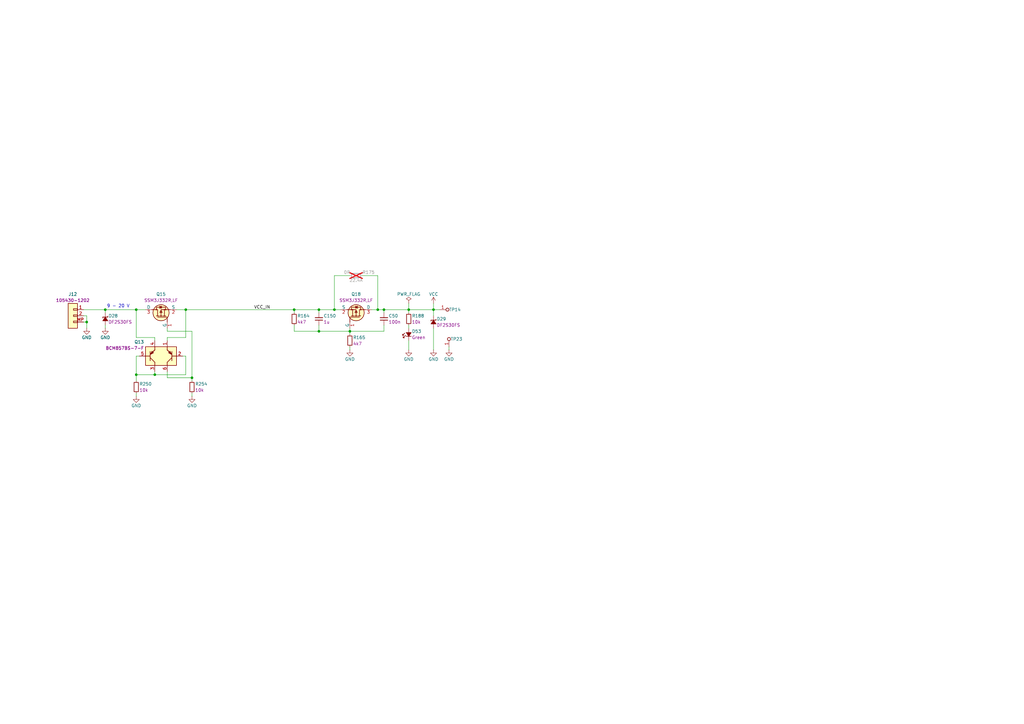
<source format=kicad_sch>
(kicad_sch (version 20250114) (generator "eeschema") (generator_version "9.0")
  (paper "A3")
  (title_block (title "Jetson Orin AGX Baseboard") (date "2025-08-11") (rev "1.0.0") (company "Antmicro Ltd") (comment 1 "www.antmicro.com"))
  (lib_symbols
    (symbol "antmicroCapacitors0402:C_100n_0402" (pin_numbers (hide yes)) (pin_names (hide yes))
      (property "Reference" "C" (at 20.32 -5.08 0))
      (property "Val" "100n" (at 20.32 -7.62 0))
      (symbol "C_100n_0402_0_1"
        (polyline (pts (xy 2.032 -1.524) (xy 2.032 1.524)) (stroke (width 0.3048)))
        (polyline (pts (xy 3.048 -1.524) (xy 3.048 1.524)) (stroke (width 0.3302)))
      )
      (symbol "C_100n_0402_1_1"
        (pin passive line (at 0 0 0) (length 2.032) (name "~") (number "1"))
        (pin passive line (at 5.08 0 180) (length 2.032) (name "~") (number "2"))
      )
    )
    (symbol "antmicroCapacitors0402:C_1u_25V_0402" (pin_numbers (hide yes)) (pin_names (hide yes))
      (property "Reference" "C" (at 20.32 -5.08 0))
      (property "Val" "1u" (at 20.32 -7.62 0))
      (symbol "C_1u_25V_0402_0_1"
        (polyline (pts (xy 2.032 -1.524) (xy 2.032 1.524)) (stroke (width 0.3048)))
        (polyline (pts (xy 3.048 -1.524) (xy 3.048 1.524)) (stroke (width 0.3302)))
      )
      (symbol "C_1u_25V_0402_1_1"
        (pin passive line (at 0 0 0) (length 2.032) (name "~") (number "1"))
        (pin passive line (at 5.08 0 180) (length 2.032) (name "~") (number "2"))
      )
    )
    (symbol "antmicroLEDIndicationDiscrete:LED_G_0603_LTST-C190GKT" (pin_numbers (hide yes)) (pin_names (hide yes))
      (property "Reference" "D" (at 22.86 -2.54 0))
      (property "Color" "Green" (at 22.86 -5.08 0))
      (symbol "LED_G_0603_LTST-C190GKT_0_1"
        (polyline (pts (xy 1.905 0) (xy 0.635 0)))
        (polyline (pts (xy 4.445 0) (xy 3.175 0)))
      )
      (symbol "LED_G_0603_LTST-C190GKT_1_1"
        (polyline (pts (xy 1.143 2.286) (xy 1.143 1.778) (xy 1.143 2.286) (xy 1.651 2.286) (xy 1.143 2.286) (xy 2.159 1.27)) (stroke (width 0.254)))
        (polyline (pts (xy 1.778 1.016) (xy 1.778 -1.016)) (stroke (width 0.254)))
        (polyline (pts (xy 2.159 2.54) (xy 2.159 2.032) (xy 2.159 2.54) (xy 2.667 2.54) (xy 2.159 2.54) (xy 3.048 1.651)) (stroke (width 0.254)))
        (polyline (pts (xy 3.302 1.016) (xy 3.302 -1.016) (xy 1.778 0) (xy 3.302 1.016)) (stroke (width 0.254)) (fill (type outline)))
        (pin passive line (at 0 0 0) (length 0.635) (name "C") (number "1"))
        (pin passive line (at 5.08 0 180) (length 0.635) (name "A") (number "2"))
      )
    )
    (symbol "antmicroResistors0402:R_10k_0402" (pin_numbers (hide yes)) (pin_names (hide yes))
      (property "Reference" "R" (at 20.32 -5.08 0))
      (property "Val" "10k" (at 20.32 -7.62 0))
      (symbol "R_10k_0402_0_1"
        (rectangle (start 0.635 0.889) (end 4.445 -0.889) (stroke (width 0.254)))
      )
      (symbol "R_10k_0402_1_1"
        (pin passive line (at 0 0 0) (length 0.635) (name "~") (number "1"))
        (pin passive line (at 5.08 0 180) (length 0.635) (name "~") (number "2"))
      )
    )
    (symbol "antmicroResistors0402:R_4k7_0402" (pin_numbers (hide yes)) (pin_names (hide yes))
      (property "Reference" "R" (at 20.32 -5.08 0))
      (property "Val" "4k7" (at 20.32 -7.62 0))
      (symbol "R_4k7_0402_0_1"
        (rectangle (start 0.635 0.889) (end 4.445 -0.889) (stroke (width 0.254)))
      )
      (symbol "R_4k7_0402_1_1"
        (pin passive line (at 0 0 0) (length 0.635) (name "~") (number "1"))
        (pin passive line (at 5.08 0 180) (length 0.635) (name "~") (number "2"))
      )
    )
    (symbol "antmicroResistors0603:R_0R_22.4A_0603" (pin_numbers (hide yes)) (pin_names (hide yes))
      (property "Reference" "R" (at 15.24 -2.54 0))
      (property "Value" "R_0R_22.4A_0603" (at 15.24 -5.08 0))
      (property "Val" "0R" (at 15.24 -7.62 0))
      (property "Max. Curr." "22.4A" (at 15.24 -20.32 0))
      (symbol "R_0R_22.4A_0603_0_1"
        (rectangle (start 0.635 0.889) (end 4.445 -0.889) (stroke (width 0.254)))
      )
      (symbol "R_0R_22.4A_0603_1_1"
        (pin passive line (at 0 0 0) (length 0.635) (name "~") (number "1"))
        (pin passive line (at 5.08 0 180) (length 0.635) (name "~") (number "2"))
      )
    )
    (symbol "antmicroTVSDiodes:DF2S30FS_SOD" (pin_numbers (hide yes)) (pin_names (hide yes))
      (property "Reference" "D" (at 21.59 -2.54 0))
      (property "MPN" "DF2S30FS" (at 21.59 -5.08 0))
      (symbol "DF2S30FS_SOD_0_1"
        (polyline (pts (xy 1.905 0) (xy 0.635 0)))
        (polyline (pts (xy 4.445 0) (xy 3.175 0)))
      )
      (symbol "DF2S30FS_SOD_1_1"
        (polyline (pts (xy 1.778 1.016) (xy 1.397 1.016)) (stroke (width 0.254)))
        (polyline (pts (xy 1.778 1.016) (xy 1.778 -1.016)) (stroke (width 0.254)))
        (polyline (pts (xy 2.159 -1.016) (xy 1.778 -1.016)) (stroke (width 0.254)))
        (polyline (pts (xy 3.302 1.016) (xy 3.302 -1.016) (xy 1.778 0) (xy 3.302 1.016)) (stroke (width 0.254)) (fill (type outline)))
        (pin passive line (at 0 0 0) (length 0.635) (name "C") (number "1"))
        (pin passive line (at 5.08 0 180) (length 0.635) (name "A") (number "2"))
      )
    )
    (symbol "antmicroTestPoints:TP_0.75mm_SMD" (pin_names (hide yes)) (in_bom no)
      (property "Reference" "TP" (at 10.16 -1.27 0))
      (symbol "TP_0.75mm_SMD_1_1"
        (circle (center 3.175 0) (radius 0.635) (stroke (width 0.254)))
        (pin passive line (at 0 0 0) (length 2.54) (name "1") (number "1"))
      )
    )
    (symbol "antmicroTransistorsBipolarArrays:BCM857BS-7-F"
      (property "Reference" "Q" (at 22.86 0 0))
      (property "MPN" "BCM857BS-7-F" (at 22.86 -10.16 0))
      (symbol "BCM857BS-7-F_1_1"
        (rectangle (start 2.54 3.81) (end 15.24 -3.81) (stroke (width 0.254)) (fill (type background)))
        (polyline (pts (xy 2.54 0) (xy 4.445 0)) (stroke (width 0.254)))
        (polyline (pts (xy 4.445 1.905) (xy 4.445 -1.905) (xy 4.445 -1.905)) (stroke (width 0.254)) (fill (type background)))
        (polyline (pts (xy 4.445 0.635) (xy 6.35 2.54)) (stroke (width 0.254)) (fill (type background)))
        (polyline (pts (xy 4.445 -0.635) (xy 6.35 -2.54) (xy 6.35 -2.54)) (stroke (width 0.254)) (fill (type background)))
        (polyline (pts (xy 4.445 -0.635) (xy 6.35 -2.54) (xy 6.35 -2.54)) (stroke (width 0.254)) (fill (type background)))
        (polyline (pts (xy 5.207 -1.8796) (xy 5.715 -1.3716) (xy 4.699 -0.8636) (xy 5.207 -1.8796) (xy 5.207 -1.8796)) (stroke (width 0.254)) (fill (type outline)))
        (polyline (pts (xy 5.207 -1.8796) (xy 5.715 -1.3716) (xy 4.699 -0.8636) (xy 5.207 -1.8796) (xy 5.207 -1.8796)) (stroke (width 0.254)) (fill (type background)))
        (polyline (pts (xy 5.207 -1.8796) (xy 5.715 -1.3716) (xy 4.699 -0.8636) (xy 5.207 -1.8796) (xy 5.207 -1.8796)) (stroke (width 0.254)) (fill (type background)))
        (polyline (pts (xy 5.207 -1.8796) (xy 5.715 -1.3716) (xy 4.699 -0.8636) (xy 5.207 -1.8796) (xy 5.207 -1.8796)) (stroke (width 0.254)) (fill (type background)))
        (polyline (pts (xy 6.35 2.54) (xy 6.35 3.81)) (stroke (width 0.254)))
        (polyline (pts (xy 6.35 -2.54) (xy 6.35 -3.81)) (stroke (width 0.254)))
        (polyline (pts (xy 11.43 2.54) (xy 11.43 3.81)) (stroke (width 0.254)))
        (polyline (pts (xy 11.43 -2.54) (xy 11.43 -3.81)) (stroke (width 0.254)))
        (polyline (pts (xy 12.573 -1.8796) (xy 12.065 -1.3716) (xy 13.081 -0.8636) (xy 12.573 -1.8796) (xy 12.573 -1.8796)) (stroke (width 0.254)) (fill (type outline)))
        (polyline (pts (xy 12.573 -1.8796) (xy 12.065 -1.3716) (xy 13.081 -0.8636) (xy 12.573 -1.8796) (xy 12.573 -1.8796)) (stroke (width 0.254)) (fill (type background)))
        (polyline (pts (xy 12.573 -1.8796) (xy 12.065 -1.3716) (xy 13.081 -0.8636) (xy 12.573 -1.8796) (xy 12.573 -1.8796)) (stroke (width 0.254)) (fill (type background)))
        (polyline (pts (xy 12.573 -1.8796) (xy 12.065 -1.3716) (xy 13.081 -0.8636) (xy 12.573 -1.8796) (xy 12.573 -1.8796)) (stroke (width 0.254)) (fill (type background)))
        (polyline (pts (xy 13.335 1.905) (xy 13.335 -1.905) (xy 13.335 -1.905)) (stroke (width 0.254)) (fill (type background)))
        (polyline (pts (xy 13.335 0.635) (xy 11.43 2.54)) (stroke (width 0.254)) (fill (type background)))
        (polyline (pts (xy 13.335 0) (xy 15.24 0)) (stroke (width 0.254)))
        (polyline (pts (xy 13.335 -0.635) (xy 11.43 -2.54) (xy 11.43 -2.54)) (stroke (width 0.254)) (fill (type background)))
        (polyline (pts (xy 13.335 -0.635) (xy 11.43 -2.54) (xy 11.43 -2.54)) (stroke (width 0.254)) (fill (type background)))
        (pin passive line (at 0 0 0) (length 2.54) (name "~") (number "2"))
        (pin passive line (at 6.35 6.35 270) (length 2.54) (name "~") (number "6"))
        (pin passive line (at 6.35 -6.35 90) (length 2.54) (name "~") (number "1"))
        (pin passive line (at 11.43 6.35 270) (length 2.54) (name "~") (number "3"))
        (pin passive line (at 11.43 -6.35 90) (length 2.54) (name "~") (number "4"))
        (pin passive line (at 17.78 0 180) (length 2.54) (name "~") (number "5"))
      )
    )
    (symbol "antmicroTransistorsFETsMOSFETsSingle:SSM3J332R" (pin_names (offset 0))
      (property "Reference" "Q" (at 13.97 0 0))
      (property "MPN" "SSM3J332R,LF" (at 13.97 -10.16 0))
      (symbol "SSM3J332R_1_1"
        (polyline (pts (xy 2.54 0) (xy 4.572 0) (xy 4.572 3.937)) (stroke (width 0.254)))
        (polyline (pts (xy 5.08 4.445) (xy 5.08 3.429)) (stroke (width 0.254)) (fill (type background)))
        (polyline (pts (xy 5.08 2.54) (xy 5.08 3.048)) (stroke (width 0.254)) (fill (type background)))
        (polyline (pts (xy 5.08 2.54) (xy 5.08 2.032)) (stroke (width 0.254)) (fill (type background)))
        (polyline (pts (xy 5.08 1.143) (xy 5.08 1.651)) (stroke (width 0.254)) (fill (type background)))
        (polyline (pts (xy 5.08 1.143) (xy 5.08 0.635)) (stroke (width 0.254)) (fill (type background)))
        (circle (center 6.35 2.54) (radius 3.302) (stroke (width 0.254)) (fill (type background)))
        (polyline (pts (xy 7.239 2.54) (xy 6.477 3.048) (xy 6.477 2.032) (xy 7.239 2.54)) (stroke (width 0.254)) (fill (type background)))
        (polyline (pts (xy 7.493 0.635) (xy 8.636 0.635) (xy 8.636 3.937) (xy 8.636 4.445) (xy 7.493 4.445)) (stroke (width 0.254)) (fill (type background)))
        (polyline (pts (xy 7.62 6.35) (xy 7.62 3.937) (xy 5.08 3.937)) (stroke (width 0.254)) (fill (type background)))
        (circle (center 7.62 4.445) (radius 0.127) (stroke (width 0.254)) (fill (type background)))
        (polyline (pts (xy 7.62 1.143) (xy 5.08 1.143)) (stroke (width 0.254)) (fill (type background)))
        (circle (center 7.62 1.143) (radius 0.127) (stroke (width 0.254)) (fill (type background)))
        (circle (center 7.62 0.635) (radius 0.127) (stroke (width 0.254)) (fill (type background)))
        (polyline (pts (xy 7.62 -1.27) (xy 7.62 2.54) (xy 5.08 2.54)) (stroke (width 0.254)) (fill (type background)))
        (polyline (pts (xy 8.636 2.286) (xy 9.144 3.048) (xy 8.128 3.048) (xy 8.636 2.286)) (stroke (width 0.254)) (fill (type background)))
        (polyline (pts (xy 9.144 2.3368) (xy 8.128 2.3368)) (stroke (width 0.254)) (fill (type background)))
        (pin bidirectional line (at 0 0 0) (length 2.54) (name "G") (number "1"))
        (pin bidirectional line (at 7.62 8.89 270) (length 2.54) (name "D") (number "3"))
        (pin bidirectional line (at 7.62 -3.81 90) (length 2.54) (name "S") (number "2"))
      )
    )
    (symbol "antmicroWire2BoardConnectors:Molex_Nano-Fit_1x2_SMD_1054301202"
      (property "Reference" "J" (at 26.67 -2.54 0))
      (property "MPN" "105430-1202" (at 26.67 -5.08 0))
      (symbol "Molex_Nano-Fit_1x2_SMD_1054301202_1_1"
        (rectangle (start 2.54 2.54) (end 6.35 -7.62) (stroke (width 0.254)) (fill (type background)))
        (rectangle (start 2.54 -0.254) (end 4.1402 0.381) (stroke (width 0.254)) (fill (type background)))
        (rectangle (start 2.54 -2.794) (end 4.1402 -2.159) (stroke (width 0.254)) (fill (type background)))
        (rectangle (start 2.54 -5.334) (end 4.1402 -4.699) (stroke (width 0.254)) (fill (type background)))
        (pin passive line (at 0 0 0) (length 2.54) (name "~") (number "1"))
        (pin passive line (at 0 -2.54 0) (length 2.54) (name "~") (number "2"))
        (pin passive line (at 0 -5.08 0) (length 2.54) (name "~") (number "MP"))
      )
    )
    (symbol "antmicropower:GND" (power) (pin_numbers (hide yes)) (pin_names (hide yes))
      (property "Value" "GND" (at 8.89 -5.08 0))
      (symbol "GND_1_1"
        (polyline (pts (xy 0 0) (xy 0 -1.27) (xy 1.27 -1.27) (xy 0 -2.54) (xy -1.27 -1.27) (xy 0 -1.27)))
        (pin power_in line (at 0 0 270) (length 0) (name "GND") (number "1"))
      )
    )
    (symbol "antmicropower:PWR_FLAG" (power) (pin_numbers (hide yes)) (pin_names (offset 0) (hide yes))
      (property "Value" "PWR_FLAG" (at 0 3.81 0))
      (symbol "PWR_FLAG_0_0"
        (pin power_out line (at 0 0 90) (length 0) (name "pwr") (number "1"))
      )
      (symbol "PWR_FLAG_0_1"
        (polyline (pts (xy 0 0) (xy 0 1.27) (xy -1.016 1.905) (xy 0 2.54) (xy 1.016 1.905) (xy 0 1.27)))
      )
    )
    (symbol "antmicropower:VCC" (power) (pin_names (offset 0))
      (property "Value" "VCC" (at 0 3.81 0))
      (symbol "VCC_0_1"
        (polyline (pts (xy -0.762 1.27) (xy 0 2.54)))
        (polyline (pts (xy 0 2.54) (xy 0.762 1.27)))
        (polyline (pts (xy 0 0) (xy 0 2.54)))
      )
      (symbol "VCC_1_1"
        (pin power_in line (at 0 0 90) (length 0) (hide yes) (name "VCC") (number "1"))
      )
    )
  )
  (text "9 - 20 V " (at 43.815 126.365 0) (effects (font (size 1.27 1.27)) (justify left bottom)))
  (junction (at 43.18 127))
  (junction (at 167.64 127))
  (junction (at 35.56 132.08))
  (junction (at 177.8 127))
  (junction (at 78.74 154.94))
  (junction (at 55.88 153.67))
  (junction (at 143.51 135.89))
  (junction (at 55.88 127))
  (junction (at 130.81 127))
  (junction (at 120.65 127))
  (junction (at 157.48 127))
  (junction (at 63.5 153.67))
  (junction (at 137.16 127))
  (junction (at 154.94 127))
  (junction (at 76.2 127))
  (junction (at 130.81 135.89))
  (wire (pts (xy 35.56 132.08) (xy 34.29 132.08)))
  (wire (pts (xy 137.16 127) (xy 139.7 127)))
  (wire (pts (xy 177.8 124.46) (xy 177.8 127)))
  (wire (pts (xy 76.2 153.67) (xy 63.5 153.67)))
  (wire (pts (xy 68.58 138.43) (xy 68.58 139.7)))
  (wire (pts (xy 55.88 127) (xy 59.69 127)))
  (wire (pts (xy 157.48 127) (xy 157.48 128.27)))
  (wire (pts (xy 167.64 124.46) (xy 167.64 127)))
  (wire (pts (xy 43.18 133.35) (xy 43.18 134.62)))
  (wire (pts (xy 143.51 134.62) (xy 143.51 135.89)))
  (wire (pts (xy 177.8 127) (xy 177.8 129.54)))
  (wire (pts (xy 130.81 133.35) (xy 130.81 135.89)))
  (wire (pts (xy 68.58 138.43) (xy 76.2 138.43)))
  (wire (pts (xy 76.2 127) (xy 76.2 138.43)))
  (wire (pts (xy 55.88 138.43) (xy 63.5 138.43)))
  (wire (pts (xy 34.29 127) (xy 43.18 127)))
  (wire (pts (xy 55.88 161.29) (xy 55.88 162.56)))
  (wire (pts (xy 143.51 137.16) (xy 143.51 135.89)))
  (wire (pts (xy 154.94 113.03) (xy 154.94 127)))
  (wire (pts (xy 68.58 135.89) (xy 68.58 134.62)))
  (wire (pts (xy 120.65 127) (xy 120.65 128.27)))
  (wire (pts (xy 167.64 133.35) (xy 167.64 134.62)))
  (wire (pts (xy 43.18 127) (xy 43.18 128.27)))
  (wire (pts (xy 78.74 161.29) (xy 78.74 162.56)))
  (wire (pts (xy 167.64 139.7) (xy 167.64 143.51)))
  (wire (pts (xy 157.48 127) (xy 167.64 127)))
  (wire (pts (xy 154.94 127) (xy 157.48 127)))
  (wire (pts (xy 68.58 152.4) (xy 68.58 154.94)))
  (wire (pts (xy 143.51 135.89) (xy 157.48 135.89)))
  (wire (pts (xy 177.8 127) (xy 180.34 127)))
  (wire (pts (xy 72.39 127) (xy 76.2 127)))
  (wire (pts (xy 177.8 134.62) (xy 177.8 143.51)))
  (wire (pts (xy 35.56 129.54) (xy 34.29 129.54)))
  (wire (pts (xy 130.81 127) (xy 137.16 127)))
  (wire (pts (xy 35.56 134.62) (xy 35.56 132.08)))
  (wire (pts (xy 157.48 133.35) (xy 157.48 135.89)))
  (wire (pts (xy 167.64 127) (xy 177.8 127)))
  (wire (pts (xy 43.18 127) (xy 55.88 127)))
  (wire (pts (xy 148.59 113.03) (xy 154.94 113.03)))
  (wire (pts (xy 78.74 135.89) (xy 78.74 154.94)))
  (wire (pts (xy 152.4 127) (xy 154.94 127)))
  (wire (pts (xy 76.2 146.05) (xy 74.93 146.05)))
  (wire (pts (xy 120.65 135.89) (xy 130.81 135.89)))
  (wire (pts (xy 63.5 153.67) (xy 55.88 153.67)))
  (wire (pts (xy 35.56 132.08) (xy 35.56 129.54)))
  (wire (pts (xy 68.58 135.89) (xy 78.74 135.89)))
  (wire (pts (xy 63.5 138.43) (xy 63.5 139.7)))
  (wire (pts (xy 55.88 146.05) (xy 57.15 146.05)))
  (wire (pts (xy 76.2 127) (xy 120.65 127)))
  (wire (pts (xy 130.81 127) (xy 130.81 128.27)))
  (wire (pts (xy 55.88 127) (xy 55.88 138.43)))
  (wire (pts (xy 130.81 135.89) (xy 143.51 135.89)))
  (wire (pts (xy 76.2 146.05) (xy 76.2 153.67)))
  (wire (pts (xy 137.16 113.03) (xy 143.51 113.03)))
  (wire (pts (xy 68.58 154.94) (xy 78.74 154.94)))
  (wire (pts (xy 63.5 152.4) (xy 63.5 153.67)))
  (wire (pts (xy 55.88 153.67) (xy 55.88 156.21)))
  (wire (pts (xy 55.88 153.67) (xy 55.88 146.05)))
  (wire (pts (xy 120.65 127) (xy 130.81 127)))
  (wire (pts (xy 143.51 142.24) (xy 143.51 143.51)))
  (wire (pts (xy 184.15 143.51) (xy 184.15 142.24)))
  (wire (pts (xy 78.74 154.94) (xy 78.74 156.21)))
  (wire (pts (xy 120.65 133.35) (xy 120.65 135.89)))
  (wire (pts (xy 167.64 127) (xy 167.64 128.27)))
  (wire (pts (xy 137.16 113.03) (xy 137.16 127)))
  (label "VCC_IN" (at 104.14 127 0))
  (symbol (lib_id "antmicroTVSDiodes:DF2S30FS_SOD") (at 43.18 128.27 270) (unit 1)
    (property "Reference" "D28" (at 44.45 129.54 90) (effects (justify left)))
    (property "Value" "DF2S30FS_SOD" (effects (hide yes)))
    (property "Footprint" "antmicro-footprints:SOD-923" (effects (hide yes)))
    (property "Datasheet" "https://toshiba.semicon-storage.com/info/DF2S30FS_datasheet_en_20211216.pdf?did=11156&prodName=DF2S30FS" (effects (hide yes)))
    (property "Manufacturer" "Toshiba" (effects (hide yes)))
    (property "MPN" "DF2S30FS" (at 44.45 132.08 90) (effects (justify left)))
    (property "Author" "Antmicro" (effects (hide yes)))
    (property "License" "Apache-2.0" (effects (hide yes)))
  )
  (symbol (lib_id "antmicroResistors0402:R_4k7_0402") (at 120.65 133.35 90) (unit 1)
    (property "Reference" "R164" (at 121.92 129.54 90) (effects (justify right)))
    (property "Value" "R_4k7_0402" (effects (hide yes)))
    (property "Footprint" "antmicro-footprints:R_0402_1005Metric" (effects (hide yes)))
    (property "Datasheet" "https://www.bourns.com/docs/product-datasheets/cr.pdf" (effects (hide yes)))
    (property "Manufacturer" "Bourns" (effects (hide yes)))
    (property "MPN" "CR0402-FX-4701GLF" (effects (hide yes)))
    (property "Val" "4k7" (at 121.92 132.08 90) (effects (justify right)))
    (property "License" "Apache-2.0" (effects (hide yes)))
    (property "Author" "Antmicro" (effects (hide yes)))
    (property "Tolerance" "1%" (effects (hide yes)))
  )
  (symbol (lib_id "antmicropower:GND") (at 177.8 143.51 0) (unit 1)
    (property "Reference" "#PWR0312" (effects (hide yes)))
    (property "Value" "GND" (at 177.8 147.32 0))
    (property "Author" "Antmicro" (effects (hide yes)))
    (property "License" "Apache-2.0" (effects (hide yes)))
  )
  (symbol (lib_id "antmicroResistors0402:R_10k_0402") (at 167.64 133.35 90) (unit 1)
    (property "Reference" "R188" (at 168.91 129.54 90) (effects (justify right)))
    (property "Value" "R_10k_0402" (effects (hide yes)))
    (property "Footprint" "antmicro-footprints:R_0402_1005Metric" (effects (hide yes)))
    (property "Datasheet" "https://www.bourns.com/docs/product-datasheets/cr.pdf" (effects (hide yes)))
    (property "Manufacturer" "Bourns" (effects (hide yes)))
    (property "MPN" "CR0402-FX-1002GLF" (effects (hide yes)))
    (property "Val" "10k" (at 168.91 132.08 90) (effects (justify right)))
    (property "License" "Apache-2.0" (effects (hide yes)))
    (property "Author" "Antmicro" (effects (hide yes)))
    (property "Tolerance" "1%" (effects (hide yes)))
  )
  (symbol (lib_id "antmicroLEDIndicationDiscrete:LED_G_0603_LTST-C190GKT") (at 167.64 139.7 90) (unit 1)
    (property "Reference" "D53" (at 168.91 135.89 90) (effects (justify right)))
    (property "Value" "LED_G_0603_LTST-C190GKT" (effects (hide yes)))
    (property "Footprint" "antmicro-footprints:LED_0603_1608Metric_G" (effects (hide yes)))
    (property "Datasheet" "https://media.digikey.com/pdf/Data%20Sheets/Lite-On%20PDFs/LTST-C190GKT.pdf" (effects (hide yes)))
    (property "MPN" "LTST-C190GKT" (effects (hide yes)))
    (property "Manufacturer" "Lite-On" (effects (hide yes)))
    (property "Author" "Antmicro" (effects (hide yes)))
    (property "License" "Apache-2.0" (effects (hide yes)))
    (property "Color" "Green" (at 168.91 138.43 90) (effects (justify right)))
  )
  (symbol (lib_id "antmicroTransistorsFETsMOSFETsSingle:SSM3J332R") (at 68.58 134.62 90) (unit 1)
    (property "Reference" "Q15" (at 66.04 120.65 90))
    (property "Value" "SSM3J332R" (effects (hide yes)))
    (property "Footprint" "antmicro-footprints:SOT-23-3" (effects (hide yes)))
    (property "Datasheet" "https://www.mouser.com/datasheet/2/408/SSM3J332R_datasheet_en_20181015-1150575.pdf" (effects (hide yes)))
    (property "MPN" "SSM3J332R,LF" (at 66.04 123.19 90))
    (property "Manufacturer" "Toshiba" (effects (hide yes)))
    (property "Author" "Antmicro" (effects (hide yes)))
    (property "License" "Apache-2.0" (effects (hide yes)))
  )
  (symbol (lib_id "antmicropower:GND") (at 167.64 143.51 0) (unit 1)
    (property "Reference" "#PWR0257" (effects (hide yes)))
    (property "Value" "GND" (at 167.64 147.32 0))
    (property "Author" "Antmicro" (effects (hide yes)))
    (property "License" "Apache-2.0" (effects (hide yes)))
  )
  (symbol (lib_id "antmicroResistors0603:R_0R_22.4A_0603") (at 143.51 113.03 0) (unit 1) (in_bom no) (dnp yes)
    (property "Reference" "R175" (at 148.59 112.395 0) (effects (justify left bottom)))
    (property "Value" "R_0R_22.4A_0603" (effects (hide yes)))
    (property "Footprint" "antmicro-footprints:R_0603_1608Metric" (effects (hide yes)))
    (property "Datasheet" "https://fscdn.rohm.com/en/products/databook/datasheet/passive/resistor/chip_resistor/pmr-jpw-e.pdf" (effects (hide yes)))
    (property "Manufacturer" "ROHM Semiconductor" (effects (hide yes)))
    (property "MPN" "PMR03EZPJ000" (effects (hide yes)))
    (property "Val" "0R" (at 140.97 112.395 0) (effects (justify left bottom)))
    (property "Author" "Antmicro" (effects (hide yes)))
    (property "License" "Apache-2.0" (effects (hide yes)))
    (property "Max. Curr." "22.4A" (at 146.05 114.935 0))
    (property "Tolerance" "template_tolerance" (effects (hide yes)))
  )
  (symbol (lib_id "antmicropower:GND") (at 78.74 162.56 0) (unit 1)
    (property "Reference" "#PWR0253" (effects (hide yes)))
    (property "Value" "GND" (at 78.74 166.37 0))
    (property "Author" "Antmicro" (effects (hide yes)))
    (property "License" "Apache-2.0" (effects (hide yes)))
  )
  (symbol (lib_id "antmicroResistors0402:R_10k_0402") (at 78.74 161.29 90) (unit 1)
    (property "Reference" "R254" (at 80.01 157.48 90) (effects (justify right)))
    (property "Value" "R_10k_0402" (effects (hide yes)))
    (property "Footprint" "antmicro-footprints:R_0402_1005Metric" (effects (hide yes)))
    (property "Datasheet" "https://www.bourns.com/docs/product-datasheets/cr.pdf" (effects (hide yes)))
    (property "Manufacturer" "Bourns" (effects (hide yes)))
    (property "MPN" "CR0402-FX-1002GLF" (effects (hide yes)))
    (property "Val" "10k" (at 80.01 160.02 90) (effects (justify right)))
    (property "License" "Apache-2.0" (effects (hide yes)))
    (property "Author" "Antmicro" (effects (hide yes)))
    (property "Tolerance" "1%" (effects (hide yes)))
  )
  (symbol (lib_id "antmicropower:GND") (at 43.18 134.62 0) (unit 1)
    (property "Reference" "#PWR0283" (effects (hide yes)))
    (property "Value" "GND" (at 43.18 138.43 0))
    (property "Author" "Antmicro" (effects (hide yes)))
    (property "License" "Apache-2.0" (effects (hide yes)))
  )
  (symbol (lib_id "antmicropower:GND") (at 55.88 162.56 0) (unit 1)
    (property "Reference" "#PWR045" (effects (hide yes)))
    (property "Value" "GND" (at 55.88 166.37 0))
    (property "Author" "Antmicro" (effects (hide yes)))
    (property "License" "Apache-2.0" (effects (hide yes)))
  )
  (symbol (lib_id "antmicroResistors0402:R_4k7_0402") (at 143.51 142.24 90) (unit 1)
    (property "Reference" "R165" (at 144.78 138.43 90) (effects (justify right)))
    (property "Value" "R_4k7_0402" (effects (hide yes)))
    (property "Footprint" "antmicro-footprints:R_0402_1005Metric" (effects (hide yes)))
    (property "Datasheet" "https://www.bourns.com/docs/product-datasheets/cr.pdf" (effects (hide yes)))
    (property "Manufacturer" "Bourns" (effects (hide yes)))
    (property "MPN" "CR0402-FX-4701GLF" (effects (hide yes)))
    (property "Val" "4k7" (at 144.78 140.97 90) (effects (justify right)))
    (property "License" "Apache-2.0" (effects (hide yes)))
    (property "Author" "Antmicro" (effects (hide yes)))
    (property "Tolerance" "1%" (effects (hide yes)))
  )
  (symbol (lib_id "antmicropower:VCC") (at 177.8 124.46 0) (unit 1)
    (property "Reference" "#PWR0259" (effects (hide yes)))
    (property "Value" "VCC" (at 175.895 120.65 0) (effects (justify left)))
  )
  (symbol (lib_id "antmicroResistors0402:R_10k_0402") (at 55.88 161.29 90) (unit 1)
    (property "Reference" "R250" (at 57.15 157.48 90) (effects (justify right)))
    (property "Value" "R_10k_0402" (effects (hide yes)))
    (property "Footprint" "antmicro-footprints:R_0402_1005Metric" (effects (hide yes)))
    (property "Datasheet" "https://www.bourns.com/docs/product-datasheets/cr.pdf" (effects (hide yes)))
    (property "Manufacturer" "Bourns" (effects (hide yes)))
    (property "MPN" "CR0402-FX-1002GLF" (effects (hide yes)))
    (property "Val" "10k" (at 57.15 160.02 90) (effects (justify right)))
    (property "License" "Apache-2.0" (effects (hide yes)))
    (property "Author" "Antmicro" (effects (hide yes)))
    (property "Tolerance" "1%" (effects (hide yes)))
  )
  (symbol (lib_id "antmicropower:GND") (at 35.56 134.62 0) (unit 1)
    (property "Reference" "#PWR0250" (effects (hide yes)))
    (property "Value" "GND" (at 35.56 138.43 0))
    (property "Author" "Antmicro" (effects (hide yes)))
    (property "License" "Apache-2.0" (effects (hide yes)))
  )
  (symbol (lib_id "antmicroWire2BoardConnectors:Molex_Nano-Fit_1x2_SMD_1054301202") (at 34.29 127 0) (mirror y) (unit 1)
    (property "Reference" "J12" (at 29.845 120.65 0))
    (property "Value" "Molex_Nano-Fit_1x2_SMD_1054301202" (effects (hide yes)))
    (property "Footprint" "antmicro-footprints:Conn_Molex_Nano-Fit_1x2_SMD_1054301202" (effects (hide yes)))
    (property "Datasheet" "https://www.farnell.com/cad/3578051.pdf" (effects (hide yes)))
    (property "Manufacturer" "Molex" (effects (hide yes)))
    (property "MPN" "105430-1202" (at 29.845 123.19 0))
    (property "Author" "Antmicro" (effects (hide yes)))
    (property "License" "Apache-2.0" (effects (hide yes)))
  )
  (symbol (lib_id "antmicropower:PWR_FLAG") (at 167.64 124.46 0) (unit 1)
    (property "Reference" "#FLG011" (effects (hide yes)))
    (property "Value" "PWR_FLAG" (at 167.64 120.65 0))
  )
  (symbol (lib_id "antmicroTestPoints:TP_0.75mm_SMD") (at 180.34 127 0) (unit 1) (in_bom no)
    (property "Reference" "TP14" (at 184.15 127 0) (effects (justify left)))
    (property "Value" "TP_0.75mm_SMD" (effects (hide yes)))
    (property "Footprint" "antmicro-footprints:TP_SMD_0.75mm" (effects (hide yes)))
    (property "Author" "Antmicro" (effects (hide yes)))
    (property "License" "Apache-2.0" (effects (hide yes)))
  )
  (symbol (lib_id "antmicroTransistorsBipolarArrays:BCM857BS-7-F") (at 74.93 146.05 180) (unit 1)
    (property "Reference" "Q13" (at 59.055 140.97 0) (effects (justify left top)))
    (property "Value" "BCM857BS-7-F" (effects (hide yes)))
    (property "Footprint" "antmicro-footprints:SOT-363" (effects (hide yes)))
    (property "Datasheet" "https://www.diodes.com/assets/Datasheets/BCM857BS.pdf" (effects (hide yes)))
    (property "MPN" "BCM857BS-7-F" (at 59.055 143.51 0) (effects (justify left top)))
    (property "Manufacturer" "Diodes Incorporated" (effects (hide yes)))
    (property "Author" "Antmicro" (effects (hide yes)))
    (property "License" "Apache-2.0" (effects (hide yes)))
  )
  (symbol (lib_id "antmicroCapacitors0402:C_1u_25V_0402") (at 130.81 133.35 90) (unit 1)
    (property "Reference" "C150" (at 132.715 129.54 90) (effects (justify right)))
    (property "Value" "C_1u_25V_0402" (effects (hide yes)))
    (property "Footprint" "antmicro-footprints:C_0402_1005Metric" (effects (hide yes)))
    (property "Datasheet" "https://www.murata.com/products/productdetail?partno=GRM155R61E105KE11%23" (effects (hide yes)))
    (property "Manufacturer" "Murata" (effects (hide yes)))
    (property "MPN" "GRM155R61E105KE11J" (effects (hide yes)))
    (property "Val" "1u" (at 132.715 132.08 90) (effects (justify right)))
    (property "License" "Apache-2.0" (effects (hide yes)))
    (property "Author" "Antmicro" (effects (hide yes)))
    (property "Voltage" "25V" (effects (hide yes)))
    (property "Dielectric" "X5R" (effects (hide yes)))
  )
  (symbol (lib_id "antmicropower:GND") (at 184.15 143.51 0) (unit 1)
    (property "Reference" "#PWR0178" (effects (hide yes)))
    (property "Value" "GND" (at 184.15 147.32 0))
    (property "Author" "Antmicro" (effects (hide yes)))
    (property "License" "Apache-2.0" (effects (hide yes)))
  )
  (symbol (lib_id "antmicroTransistorsFETsMOSFETsSingle:SSM3J332R") (at 143.51 134.62 270) (mirror x) (unit 1)
    (property "Reference" "Q18" (at 146.05 120.65 90))
    (property "Value" "SSM3J332R" (effects (hide yes)))
    (property "Footprint" "antmicro-footprints:SOT-23-3" (effects (hide yes)))
    (property "Datasheet" "https://www.mouser.com/datasheet/2/408/SSM3J332R_datasheet_en_20181015-1150575.pdf" (effects (hide yes)))
    (property "MPN" "SSM3J332R,LF" (at 146.05 123.19 90))
    (property "Manufacturer" "Toshiba" (effects (hide yes)))
    (property "Author" "Antmicro" (effects (hide yes)))
    (property "License" "Apache-2.0" (effects (hide yes)))
  )
  (symbol (lib_id "antmicroTestPoints:TP_0.75mm_SMD") (at 184.15 142.24 90) (unit 1) (in_bom no)
    (property "Reference" "TP23" (at 184.785 139.065 90) (effects (justify right)))
    (property "Value" "TP_0.75mm_SMD" (effects (hide yes)))
    (property "Footprint" "antmicro-footprints:TP_SMD_0.75mm" (effects (hide yes)))
    (property "Author" "Antmicro" (effects (hide yes)))
    (property "License" "Apache-2.0" (effects (hide yes)))
  )
  (symbol (lib_id "antmicropower:GND") (at 143.51 143.51 0) (unit 1)
    (property "Reference" "#PWR0254" (effects (hide yes)))
    (property "Value" "GND" (at 143.51 147.32 0))
    (property "Author" "Antmicro" (effects (hide yes)))
    (property "License" "Apache-2.0" (effects (hide yes)))
  )
  (symbol (lib_id "antmicroTVSDiodes:DF2S30FS_SOD") (at 177.8 129.54 270) (unit 1)
    (property "Reference" "D29" (at 179.07 130.81 90) (effects (justify left)))
    (property "Value" "DF2S30FS_SOD" (effects (hide yes)))
    (property "Footprint" "antmicro-footprints:SOD-923" (effects (hide yes)))
    (property "Datasheet" "https://toshiba.semicon-storage.com/info/DF2S30FS_datasheet_en_20211216.pdf?did=11156&prodName=DF2S30FS" (effects (hide yes)))
    (property "Manufacturer" "Toshiba" (effects (hide yes)))
    (property "MPN" "DF2S30FS" (at 179.07 133.35 90) (effects (justify left)))
    (property "Author" "Antmicro" (effects (hide yes)))
    (property "License" "Apache-2.0" (effects (hide yes)))
  )
  (symbol (lib_id "antmicroCapacitors0402:C_100n_0402") (at 157.48 133.35 90) (unit 1)
    (property "Reference" "C50" (at 159.385 129.54 90) (effects (justify right)))
    (property "Value" "C_100n_0402" (effects (hide yes)))
    (property "Footprint" "antmicro-footprints:C_0402_1005Metric" (effects (hide yes)))
    (property "Datasheet" "https://www.murata.com/products/productdetail?partno=GRM155R61H104KE14%23" (effects (hide yes)))
    (property "Manufacturer" "Murata" (effects (hide yes)))
    (property "MPN" "GRM155R61H104KE14D" (effects (hide yes)))
    (property "Val" "100n" (at 159.385 132.08 90) (effects (justify right)))
    (property "License" "Apache-2.0" (effects (hide yes)))
    (property "Author" "Antmicro" (effects (hide yes)))
    (property "Voltage" "50V" (effects (hide yes)))
    (property "Dielectric" "X5R" (effects (hide yes)))
  )
)
</source>
